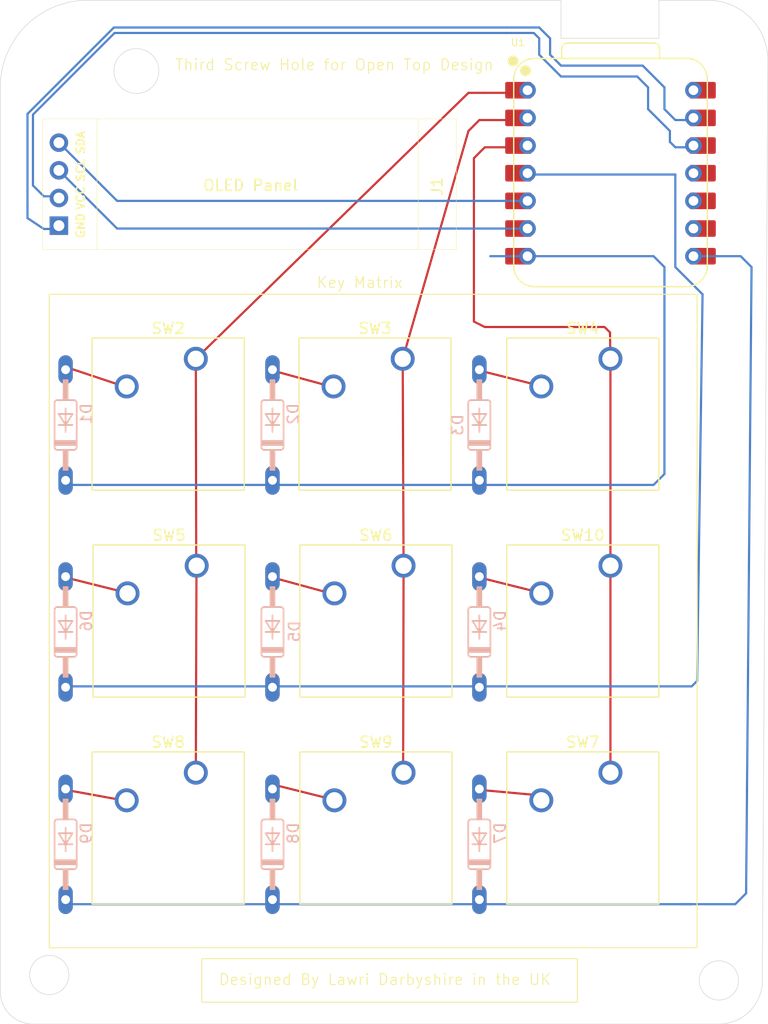
<source format=kicad_pcb>
(kicad_pcb (version 20240108) (generator "pcbnew") (generator_version "8.0")
  (layers (0 "F.Cu" signal) (31 "B.Cu" signal) (34 "B.Paste" user) (35 "F.Paste" user) (36 "B.SilkS" user "B.Silkscreen") (37 "F.SilkS" user "F.Silkscreen") (38 "B.Mask" user) (39 "F.Mask" user) (44 "Edge.Cuts" user))
  (net 0 "")
  (net 1 "SDA")
  (net 2 "GND")
  (net 3 "+3V3")
  (net 4 "SCL")
  (net 5 "COL-1")
  (net 6 "Net-(D1-A)")
  (net 7 "Net-(D2-A)")
  (net 8 "COL-2")
  (net 9 "COL-3")
  (net 10 "Net-(D3-A)")
  (net 11 "Net-(D4-A)")
  (net 12 "Net-(D5-A)")
  (net 13 "Net-(D6-A)")
  (net 14 "Net-(D7-A)")
  (net 15 "Net-(D8-A)")
  (net 16 "Net-(D9-A)")
  (net 17 "ROW-1")
  (net 18 "ROW-2")
  (net 19 "+5V")
  (net 23 "ROW-3")
  (footprint "Button_Switch_Keyboard:SW_Cherry_MX_1.00u_PCB" (layer "F.Cu") (at 108.04 64.92)
    (property "Reference" "SW4" (at -2.54 -2.794 0) (layer "F.SilkS"))
    (property "Value" "SW_Push")
    (fp_line (start -9.525 -1.905) (end 4.445 -1.905) (stroke (width 0.12)) (layer "F.SilkS"))
    (fp_line (start -9.525 12.065) (end -9.525 -1.905) (stroke (width 0.12)) (layer "F.SilkS"))
    (fp_line (start 4.445 -1.905) (end 4.445 12.065) (stroke (width 0.12)) (layer "F.SilkS"))
    (fp_line (start 4.445 12.065) (end -9.525 12.065) (stroke (width 0.12)) (layer "F.SilkS"))
    (pad "" np_thru_hole circle (at -7.62 5.08) (size 1.7 1.7) (drill 1.7) (layers "*.Cu" "*.Mask"))
    (pad "" np_thru_hole circle (at -2.54 5.08) (size 4 4) (drill 4) (layers "*.Cu" "*.Mask"))
    (pad "" np_thru_hole circle (at 2.54 5.08) (size 1.7 1.7) (drill 1.7) (layers "*.Cu" "*.Mask"))
    (pad "1" thru_hole circle (at 0 0) (size 2.2 2.2) (drill 1.5) (layers "*.Cu" "*.Mask") (net 9 "COL-3"))
    (pad "2" thru_hole circle (at -6.35 2.54) (size 2.2 2.2) (drill 1.5) (layers "*.Cu" "*.Mask") (net 10 "Net-(D3-A)"))
  )
  (footprint "Button_Switch_Keyboard:SW_Cherry_MX_1.00u_PCB" (layer "F.Cu") (at 70.04 83.92)
    (property "Reference" "SW5" (at -2.54 -2.794 0) (layer "F.SilkS"))
    (property "Value" "SW_Push")
    (fp_line (start -9.525 -1.905) (end 4.445 -1.905) (stroke (width 0.12)) (layer "F.SilkS"))
    (fp_line (start -9.525 12.065) (end -9.525 -1.905) (stroke (width 0.12)) (layer "F.SilkS"))
    (fp_line (start 4.445 -1.905) (end 4.445 12.065) (stroke (width 0.12)) (layer "F.SilkS"))
    (fp_line (start 4.445 12.065) (end -9.525 12.065) (stroke (width 0.12)) (layer "F.SilkS"))
    (pad "" np_thru_hole circle (at -7.62 5.08) (size 1.7 1.7) (drill 1.7) (layers "*.Cu" "*.Mask"))
    (pad "" np_thru_hole circle (at -2.54 5.08) (size 4 4) (drill 4) (layers "*.Cu" "*.Mask"))
    (pad "" np_thru_hole circle (at 2.54 5.08) (size 1.7 1.7) (drill 1.7) (layers "*.Cu" "*.Mask"))
    (pad "1" thru_hole circle (at 0 0) (size 2.2 2.2) (drill 1.5) (layers "*.Cu" "*.Mask") (net 5 "COL-1"))
    (pad "2" thru_hole circle (at -6.35 2.54) (size 2.2 2.2) (drill 1.5) (layers "*.Cu" "*.Mask") (net 11 "Net-(D4-A)"))
  )
  (footprint "Button_Switch_Keyboard:SW_Cherry_MX_1.00u_PCB" (layer "F.Cu") (at 108.04 102.92)
    (property "Reference" "SW7" (at -2.54 -2.794 0) (layer "F.SilkS"))
    (property "Value" "SW_Push")
    (fp_line (start -9.525 -1.905) (end 4.445 -1.905) (stroke (width 0.12)) (layer "F.SilkS"))
    (fp_line (start -9.525 12.065) (end -9.525 -1.905) (stroke (width 0.12)) (layer "F.SilkS"))
    (fp_line (start 4.445 -1.905) (end 4.445 12.065) (stroke (width 0.12)) (layer "F.SilkS"))
    (fp_line (start 4.445 12.065) (end -9.525 12.065) (stroke (width 0.12)) (layer "F.SilkS"))
    (pad "" np_thru_hole circle (at -7.62 5.08) (size 1.7 1.7) (drill 1.7) (layers "*.Cu" "*.Mask"))
    (pad "" np_thru_hole circle (at -2.54 5.08) (size 4 4) (drill 4) (layers "*.Cu" "*.Mask"))
    (pad "" np_thru_hole circle (at 2.54 5.08) (size 1.7 1.7) (drill 1.7) (layers "*.Cu" "*.Mask"))
    (pad "1" thru_hole circle (at 0 0) (size 2.2 2.2) (drill 1.5) (layers "*.Cu" "*.Mask") (net 9 "COL-3"))
    (pad "2" thru_hole circle (at -6.35 2.54) (size 2.2 2.2) (drill 1.5) (layers "*.Cu" "*.Mask") (net 13 "Net-(D6-A)"))
  )
  (footprint "Button_Switch_Keyboard:SW_Cherry_MX_1.00u_PCB" (layer "F.Cu") (at 69.96 64.92)
    (property "Reference" "SW2" (at -2.54 -2.794 0) (layer "F.SilkS"))
    (property "Value" "SW_Push")
    (fp_line (start -9.525 -1.905) (end 4.445 -1.905) (stroke (width 0.12)) (layer "F.SilkS"))
    (fp_line (start -9.525 12.065) (end -9.525 -1.905) (stroke (width 0.12)) (layer "F.SilkS"))
    (fp_line (start 4.445 -1.905) (end 4.445 12.065) (stroke (width 0.12)) (layer "F.SilkS"))
    (fp_line (start 4.445 12.065) (end -9.525 12.065) (stroke (width 0.12)) (layer "F.SilkS"))
    (pad "" np_thru_hole circle (at -7.62 5.08) (size 1.7 1.7) (drill 1.7) (layers "*.Cu" "*.Mask"))
    (pad "" np_thru_hole circle (at -2.54 5.08) (size 4 4) (drill 4) (layers "*.Cu" "*.Mask"))
    (pad "" np_thru_hole circle (at 2.54 5.08) (size 1.7 1.7) (drill 1.7) (layers "*.Cu" "*.Mask"))
    (pad "1" thru_hole circle (at 0 0) (size 2.2 2.2) (drill 1.5) (layers "*.Cu" "*.Mask") (net 5 "COL-1"))
    (pad "2" thru_hole circle (at -6.35 2.54) (size 2.2 2.2) (drill 1.5) (layers "*.Cu" "*.Mask") (net 6 "Net-(D1-A)"))
  )
  (footprint "Button_Switch_Keyboard:SW_Cherry_MX_1.00u_PCB" (layer "F.Cu") (at 108.04 83.92)
    (property "Reference" "SW10" (at -2.54 -2.794 0) (layer "F.SilkS"))
    (property "Value" "SW_Push")
    (fp_line (start -9.525 -1.905) (end 4.445 -1.905) (stroke (width 0.12)) (layer "F.SilkS"))
    (fp_line (start -9.525 12.065) (end -9.525 -1.905) (stroke (width 0.12)) (layer "F.SilkS"))
    (fp_line (start 4.445 -1.905) (end 4.445 12.065) (stroke (width 0.12)) (layer "F.SilkS"))
    (fp_line (start 4.445 12.065) (end -9.525 12.065) (stroke (width 0.12)) (layer "F.SilkS"))
    (pad "" np_thru_hole circle (at -7.62 5.08) (size 1.7 1.7) (drill 1.7) (layers "*.Cu" "*.Mask"))
    (pad "" np_thru_hole circle (at -2.54 5.08) (size 4 4) (drill 4) (layers "*.Cu" "*.Mask"))
    (pad "" np_thru_hole circle (at 2.54 5.08) (size 1.7 1.7) (drill 1.7) (layers "*.Cu" "*.Mask"))
    (pad "1" thru_hole circle (at 0 0) (size 2.2 2.2) (drill 1.5) (layers "*.Cu" "*.Mask") (net 9 "COL-3"))
    (pad "2" thru_hole circle (at -6.35 2.54) (size 2.2 2.2) (drill 1.5) (layers "*.Cu" "*.Mask") (net 16 "Net-(D9-A)"))
  )
  (footprint "Button_Switch_Keyboard:SW_Cherry_MX_1.00u_PCB" (layer "F.Cu") (at 88.96 64.92)
    (property "Reference" "SW3" (at -2.54 -2.794 0) (layer "F.SilkS"))
    (property "Value" "SW_Push")
    (fp_line (start -9.525 -1.905) (end 4.445 -1.905) (stroke (width 0.12)) (layer "F.SilkS"))
    (fp_line (start -9.525 12.065) (end -9.525 -1.905) (stroke (width 0.12)) (layer "F.SilkS"))
    (fp_line (start 4.445 -1.905) (end 4.445 12.065) (stroke (width 0.12)) (layer "F.SilkS"))
    (fp_line (start 4.445 12.065) (end -9.525 12.065) (stroke (width 0.12)) (layer "F.SilkS"))
    (pad "" np_thru_hole circle (at -7.62 5.08) (size 1.7 1.7) (drill 1.7) (layers "*.Cu" "*.Mask"))
    (pad "" np_thru_hole circle (at -2.54 5.08) (size 4 4) (drill 4) (layers "*.Cu" "*.Mask"))
    (pad "" np_thru_hole circle (at 2.54 5.08) (size 1.7 1.7) (drill 1.7) (layers "*.Cu" "*.Mask"))
    (pad "1" thru_hole circle (at 0 0) (size 2.2 2.2) (drill 1.5) (layers "*.Cu" "*.Mask") (net 8 "COL-2"))
    (pad "2" thru_hole circle (at -6.35 2.54) (size 2.2 2.2) (drill 1.5) (layers "*.Cu" "*.Mask") (net 7 "Net-(D2-A)"))
  )
  (footprint "KiCad-SSD1306-0.91-OLED-4pin-128x32:SSD1306-0.91-OLED-4pin-128x32" (layer "F.Cu") (at 93.885 54.885 180)
    (property "Reference" "J1" (at 1.785 5.795 90) (layer "F.SilkS"))
    (property "Value" "Conn_01x04_Pin")
    (fp_line (start 38 12) (end 38 0) (stroke (width 0.04)) (layer "F.SilkS"))
    (fp_line (start 38 0) (end 0 0) (stroke (width 0.04)) (layer "F.SilkS"))
    (fp_line (start 33 0) (end 33 12) (stroke (width 0.04)) (layer "F.SilkS"))
    (fp_line (start 3.5 0) (end 3.5 12) (stroke (width 0.04)) (layer "F.SilkS"))
    (fp_line (start 0 12) (end 38 12) (stroke (width 0.04)) (layer "F.SilkS"))
    (fp_line (start 0 0) (end 0 12) (stroke (width 0.04)) (layer "F.SilkS"))
    (fp_text user "VCC" (at 34.5 4.73 90) (layer "F.SilkS") (effects (font (size 0.75 0.75))))
    (fp_text user "SCL" (at 34.5 7.27 90) (layer "F.SilkS") (effects (font (size 0.75 0.75))))
    (fp_text user "SDA" (at 34.5 9.81 90) (layer "F.SilkS") (effects (font (size 0.75 0.75))))
    (fp_text user "GND" (at 34.5 2.19 90) (layer "F.SilkS") (effects (font (size 0.75 0.75))))
    (fp_text user "OLED Panel" (at 18.885 5.885 0) (layer "F.SilkS"))
    (pad "1" thru_hole rect (at 36.5 2.19 180) (size 1.7 1.7) (drill 1) (layers "*.Cu" "*.Mask") (net 2 "GND"))
    (pad "2" thru_hole oval (at 36.5 4.73 180) (size 1.7 1.7) (drill 1) (layers "*.Cu" "*.Mask") (net 3 "+3V3"))
    (pad "3" thru_hole oval (at 36.5 7.27 180) (size 1.7 1.7) (drill 1) (layers "*.Cu" "*.Mask") (net 4 "SCL"))
    (pad "4" thru_hole oval (at 36.5 9.81 180) (size 1.7 1.7) (drill 1) (layers "*.Cu" "*.Mask") (net 1 "SDA"))
  )
  (footprint "Button_Switch_Keyboard:SW_Cherry_MX_1.00u_PCB" (layer "F.Cu") (at 69.96 102.92)
    (property "Reference" "SW8" (at -2.54 -2.794 0) (layer "F.SilkS"))
    (property "Value" "SW_Push")
    (fp_line (start -9.525 -1.905) (end 4.445 -1.905) (stroke (width 0.12)) (layer "F.SilkS"))
    (fp_line (start -9.525 12.065) (end -9.525 -1.905) (stroke (width 0.12)) (layer "F.SilkS"))
    (fp_line (start 4.445 -1.905) (end 4.445 12.065) (stroke (width 0.12)) (layer "F.SilkS"))
    (fp_line (start 4.445 12.065) (end -9.525 12.065) (stroke (width 0.12)) (layer "F.SilkS"))
    (pad "" np_thru_hole circle (at -7.62 5.08) (size 1.7 1.7) (drill 1.7) (layers "*.Cu" "*.Mask"))
    (pad "" np_thru_hole circle (at -2.54 5.08) (size 4 4) (drill 4) (layers "*.Cu" "*.Mask"))
    (pad "" np_thru_hole circle (at 2.54 5.08) (size 1.7 1.7) (drill 1.7) (layers "*.Cu" "*.Mask"))
    (pad "1" thru_hole circle (at 0 0) (size 2.2 2.2) (drill 1.5) (layers "*.Cu" "*.Mask") (net 5 "COL-1"))
    (pad "2" thru_hole circle (at -6.35 2.54) (size 2.2 2.2) (drill 1.5) (layers "*.Cu" "*.Mask") (net 14 "Net-(D7-A)"))
  )
  (footprint "Button_Switch_Keyboard:SW_Cherry_MX_1.00u_PCB" (layer "F.Cu") (at 89.04 102.92)
    (property "Reference" "SW9" (at -2.54 -2.794 0) (layer "F.SilkS"))
    (property "Value" "SW_Push")
    (fp_line (start -9.525 -1.905) (end 4.445 -1.905) (stroke (width 0.12)) (layer "F.SilkS"))
    (fp_line (start -9.525 12.065) (end -9.525 -1.905) (stroke (width 0.12)) (layer "F.SilkS"))
    (fp_line (start 4.445 -1.905) (end 4.445 12.065) (stroke (width 0.12)) (layer "F.SilkS"))
    (fp_line (start 4.445 12.065) (end -9.525 12.065) (stroke (width 0.12)) (layer "F.SilkS"))
    (pad "" np_thru_hole circle (at -7.62 5.08) (size 1.7 1.7) (drill 1.7) (layers "*.Cu" "*.Mask"))
    (pad "" np_thru_hole circle (at -2.54 5.08) (size 4 4) (drill 4) (layers "*.Cu" "*.Mask"))
    (pad "" np_thru_hole circle (at 2.54 5.08) (size 1.7 1.7) (drill 1.7) (layers "*.Cu" "*.Mask"))
    (pad "1" thru_hole circle (at 0 0) (size 2.2 2.2) (drill 1.5) (layers "*.Cu" "*.Mask") (net 8 "COL-2"))
    (pad "2" thru_hole circle (at -6.35 2.54) (size 2.2 2.2) (drill 1.5) (layers "*.Cu" "*.Mask") (net 15 "Net-(D8-A)"))
  )
  (footprint "Seeed Studio XIAO Series Library:XIAO-RP2040-DIP" (layer "F.Cu") (at 108.045 47.88)
    (property "Reference" "U1" (at -8.5 -12 0) (layer "F.SilkS") (effects (font (size 0.635 0.635) (thickness 0.1016))))
    (property "Value" "XIAO-RP2040-DIP")
    (fp_line (start -8.89 8.509) (end -8.89 -8.636) (stroke (width 0.127)) (layer "F.SilkS"))
    (fp_line (start -6.985 10.414) (end 6.985 10.414) (stroke (width 0.127)) (layer "F.SilkS"))
    (fp_line (start -4.495 -10.541) (end -4.491272 -11.451272) (stroke (width 0.127)) (layer "F.SilkS"))
    (fp_line (start -3.991272 -11.951) (end 4.004 -11.951) (stroke (width 0.127)) (layer "F.SilkS"))
    (fp_line (start 4.504 -11.451) (end 4.504 -10.541) (stroke (width 0.127)) (layer "F.SilkS"))
    (fp_line (start 6.985 -10.541) (end -6.985 -10.541) (stroke (width 0.1)) (layer "F.SilkS"))
    (fp_line (start 6.985 -10.541) (end -6.985 -10.541) (stroke (width 0.127)) (layer "F.SilkS"))
    (fp_line (start 8.89 8.509) (end 8.89 -8.636) (stroke (width 0.127)) (layer "F.SilkS"))
    (fp_arc (start -8.89 -8.636) (mid -8.332038 -9.983038) (end -6.985 -10.541) (stroke (width 0.127)) (layer "F.SilkS"))
    (fp_arc (start -6.985 10.414) (mid -8.332038 9.856038) (end -8.89 8.509) (stroke (width 0.127)) (layer "F.SilkS"))
    (fp_arc (start -4.491272 -11.451272) (mid -4.344724 -11.804644) (end -3.991272 -11.951) (stroke (width 0.127)) (layer "F.SilkS"))
    (fp_arc (start 4.004 -11.951) (mid 4.357553 -11.804553) (end 4.504 -11.451) (stroke (width 0.127)) (layer "F.SilkS"))
    (fp_arc (start 6.985 -10.541) (mid 8.332038 -9.983038) (end 8.89 -8.636) (stroke (width 0.127)) (layer "F.SilkS"))
    (fp_arc (start 8.89 8.509) (mid 8.332038 9.856038) (end 6.985 10.414) (stroke (width 0.127)) (layer "F.SilkS"))
    (fp_circle (center -8.95 -10.3) (end -8.95 -10.554) (stroke (width 0.5)) (fill solid) (layer "F.SilkS"))
    (fp_circle (center -7.807 -9.42) (end -7.807 -9.674) (stroke (width 0.5)) (fill solid) (layer "F.SilkS"))
    (pad "1" smd roundrect (at -8.455 -7.62 180) (size 2.432 1.524) (layers "F.Cu" "F.Mask") (roundrect_rratio 0.1) (net 5 "COL-1"))
    (pad "1" thru_hole circle (at -7.62 -7.62 180) (size 1.524 1.524) (drill 0.889) (layers "*.Cu" "*.Mask") (net 5 "COL-1"))
    (pad "2" smd roundrect (at -8.455 -5.08 180) (size 2.432 1.524) (layers "F.Cu" "F.Mask") (roundrect_rratio 0.1) (net 8 "COL-2"))
    (pad "2" thru_hole circle (at -7.62 -5.08 180) (size 1.524 1.524) (drill 0.889) (layers "*.Cu" "*.Mask") (net 8 "COL-2"))
    (pad "3" smd roundrect (at -8.455 -2.54 180) (size 2.432 1.524) (layers "F.Cu" "F.Mask") (roundrect_rratio 0.1) (net 9 "COL-3"))
    (pad "3" thru_hole circle (at -7.62 -2.54 180) (size 1.524 1.524) (drill 0.889) (layers "*.Cu" "*.Mask") (net 9 "COL-3"))
    (pad "4" smd roundrect (at -8.455 0 180) (size 2.432 1.524) (layers "F.Cu" "F.Mask") (roundrect_rratio 0.1) (net 18 "ROW-2"))
    (pad "4" thru_hole circle (at -7.62 0 180) (size 1.524 1.524) (drill 0.889) (layers "*.Cu" "*.Mask") (net 18 "ROW-2"))
    (pad "5" smd roundrect (at -8.455 2.54 180) (size 2.432 1.524) (layers "F.Cu" "F.Mask") (roundrect_rratio 0.1) (net 1 "SDA"))
    (pad "5" thru_hole circle (at -7.62 2.54 180) (size 1.524 1.524) (drill 0.889) (layers "*.Cu" "*.Mask") (net 1 "SDA"))
    (pad "6" smd roundrect (at -8.455 5.08 180) (size 2.432 1.524) (layers "F.Cu" "F.Mask") (roundrect_rratio 0.1) (net 4 "SCL"))
    (pad "6" thru_hole circle (at -7.62 5.08 180) (size 1.524 1.524) (drill 0.889) (layers "*.Cu" "*.Mask") (net 4 "SCL"))
    (pad "7" smd roundrect (at -8.455 7.62 180) (size 2.432 1.524) (layers "F.Cu" "F.Mask") (roundrect_rratio 0.1) (net 17 "ROW-1"))
    (pad "7" thru_hole circle (at -7.62 7.62 180) (size 1.524 1.524) (drill 0.889) (layers "*.Cu" "*.Mask") (net 17 "ROW-1"))
    (pad "8" thru_hole circle (at 7.62 7.62) (size 1.524 1.524) (drill 0.889) (layers "*.Cu" "*.Mask") (net 23 "ROW-3"))
    (pad "8" smd roundrect (at 8.455 7.62) (size 2.432 1.524) (layers "F.Cu" "F.Mask") (roundrect_rratio 0.1) (net 23 "ROW-3"))
    (pad "9" thru_hole circle (at 7.62 5.08) (size 1.524 1.524) (drill 0.889) (layers "*.Cu" "*.Mask"))
    (pad "9" smd roundrect (at 8.455 5.08) (size 2.432 1.524) (layers "F.Cu" "F.Mask") (roundrect_rratio 0.1))
    (pad "10" thru_hole circle (at 7.62 2.54) (size 1.524 1.524) (drill 0.889) (layers "*.Cu" "*.Mask"))
    (pad "10" smd roundrect (at 8.455 2.54) (size 2.432 1.524) (layers "F.Cu" "F.Mask") (roundrect_rratio 0.1))
    (pad "11" thru_hole circle (at 7.62 0) (size 1.524 1.524) (drill 0.889) (layers "*.Cu" "*.Mask"))
    (pad "11" smd roundrect (at 8.455 0) (size 2.432 1.524) (layers "F.Cu" "F.Mask") (roundrect_rratio 0.1))
    (pad "12" thru_hole circle (at 7.62 -2.54) (size 1.524 1.524) (drill 0.889) (layers "*.Cu" "*.Mask") (net 3 "+3V3"))
    (pad "12" smd roundrect (at 8.455 -2.54) (size 2.432 1.524) (layers "F.Cu" "F.Mask") (roundrect_rratio 0.1) (net 3 "+3V3"))
    (pad "13" thru_hole circle (at 7.62 -5.08) (size 1.524 1.524) (drill 0.889) (layers "*.Cu" "*.Mask") (net 2 "GND"))
    (pad "13" smd roundrect (at 8.455 -5.08) (size 2.432 1.524) (layers "F.Cu" "F.Mask") (roundrect_rratio 0.1) (net 2 "GND"))
    (pad "14" thru_hole circle (at 7.62 -7.62) (size 1.524 1.524) (drill 0.889) (layers "*.Cu" "*.Mask") (net 19 "+5V"))
    (pad "14" smd roundrect (at 8.455 -7.62) (size 2.432 1.524) (layers "F.Cu" "F.Mask") (roundrect_rratio 0.1) (net 19 "+5V"))
  )
  (footprint "Button_Switch_Keyboard:SW_Cherry_MX_1.00u_PCB" (layer "F.Cu") (at 89.04 83.92)
    (property "Reference" "SW6" (at -2.54 -2.794 0) (layer "F.SilkS"))
    (property "Value" "SW_Push")
    (fp_line (start -9.525 -1.905) (end 4.445 -1.905) (stroke (width 0.12)) (layer "F.SilkS"))
    (fp_line (start -9.525 12.065) (end -9.525 -1.905) (stroke (width 0.12)) (layer "F.SilkS"))
    (fp_line (start 4.445 -1.905) (end 4.445 12.065) (stroke (width 0.12)) (layer "F.SilkS"))
    (fp_line (start 4.445 12.065) (end -9.525 12.065) (stroke (width 0.12)) (layer "F.SilkS"))
    (pad "" np_thru_hole circle (at -7.62 5.08) (size 1.7 1.7) (drill 1.7) (layers "*.Cu" "*.Mask"))
    (pad "" np_thru_hole circle (at -2.54 5.08) (size 4 4) (drill 4) (layers "*.Cu" "*.Mask"))
    (pad "" np_thru_hole circle (at 2.54 5.08) (size 1.7 1.7) (drill 1.7) (layers "*.Cu" "*.Mask"))
    (pad "1" thru_hole circle (at 0 0) (size 2.2 2.2) (drill 1.5) (layers "*.Cu" "*.Mask") (net 8 "COL-2"))
    (pad "2" thru_hole circle (at -6.35 2.54) (size 2.2 2.2) (drill 1.5) (layers "*.Cu" "*.Mask") (net 12 "Net-(D5-A)"))
  )
  (footprint "1N4148:DO35-10" (layer "B.Cu") (at 77 109.5 90)
    (property "Reference" "D8" (at 1.016 1.905 90) (layer "B.SilkS") (effects (justify mirror)))
    (property "Value" "D")
    (fp_line (start 2.032 -1.016) (end -2.032 -1.016) (stroke (width 0.1524)) (layer "B.SilkS"))
    (fp_line (start -2.286 -0.762) (end -2.286 0.762) (stroke (width 0.1524)) (layer "B.SilkS"))
    (fp_line (start 1.016 -0.635) (end 1.016 0.635) (stroke (width 0.1524)) (layer "B.SilkS"))
    (fp_line (start 0 -0.635) (end 0 0) (stroke (width 0.1524)) (layer "B.SilkS"))
    (fp_line (start 1.524 0) (end 0 0) (stroke (width 0.1524)) (layer "B.SilkS"))
    (fp_line (start 0 0) (end 1.016 -0.635) (stroke (width 0.1524)) (layer "B.SilkS"))
    (fp_line (start 0 0) (end -0.635 0) (stroke (width 0.1524)) (layer "B.SilkS"))
    (fp_line (start 0 0) (end 0 0.635) (stroke (width 0.1524)) (layer "B.SilkS"))
    (fp_line (start 1.016 0.635) (end 0 0) (stroke (width 0.1524)) (layer "B.SilkS"))
    (fp_line (start 2.286 0.762) (end 2.286 -0.762) (stroke (width 0.1524)) (layer "B.SilkS"))
    (fp_line (start 2.032 1.016) (end -2.032 1.016) (stroke (width 0.1524)) (layer "B.SilkS"))
    (fp_arc (start 2.032 -1.016) (mid 2.211605 -0.941605) (end 2.286 -0.762) (stroke (width 0.1524)) (layer "B.SilkS"))
    (fp_arc (start -2.286 -0.762) (mid -2.211605 -0.941605) (end -2.032 -1.016) (stroke (width 0.1524)) (layer "B.SilkS"))
    (fp_arc (start 2.286 0.762) (mid 2.211605 0.941605) (end 2.032 1.016) (stroke (width 0.1524)) (layer "B.SilkS"))
    (fp_arc (start -2.032 1.016) (mid -2.211605 0.941605) (end -2.286 0.762) (stroke (width 0.1524)) (layer "B.SilkS"))
    (fp_poly (pts (xy 2.286 0.254) (xy 4.191 0.254) (xy 4.191 -0.254) (xy 2.286 -0.254)) (stroke (width 0.01)) (fill solid) (layer "B.SilkS"))
    (fp_poly (pts (xy -4.191 0.254) (xy -2.286 0.254) (xy -2.286 -0.254) (xy -4.191 -0.254)) (stroke (width 0.01)) (fill solid) (layer "B.SilkS"))
    (fp_poly (pts (xy -1.905 1.016) (xy -1.397 1.016) (xy -1.397 -1.016) (xy -1.905 -1.016)) (stroke (width 0.01)) (fill solid) (layer "B.SilkS"))
    (pad "A" thru_hole oval (at 5.08 0 90) (size 2.6416 1.3208) (drill 0.8128) (layers "*.Cu" "*.Mask"))
    (pad "C" thru_hole oval (at -5.08 0 90) (size 2.6416 1.3208) (drill 0.8128) (layers "*.Cu" "*.Mask"))
  )
  (footprint "1N4148:DO35-10" (layer "B.Cu") (at 96 109.5 90)
    (property "Reference" "D7" (at 1.016 1.905 90) (layer "B.SilkS") (effects (justify mirror)))
    (property "Value" "D")
    (fp_line (start 2.032 -1.016) (end -2.032 -1.016) (stroke (width 0.1524)) (layer "B.SilkS"))
    (fp_line (start -2.286 -0.762) (end -2.286 0.762) (stroke (width 0.1524)) (layer "B.SilkS"))
    (fp_line (start 1.016 -0.635) (end 1.016 0.635) (stroke (width 0.1524)) (layer "B.SilkS"))
    (fp_line (start 0 -0.635) (end 0 0) (stroke (width 0.1524)) (layer "B.SilkS"))
    (fp_line (start 1.524 0) (end 0 0) (stroke (width 0.1524)) (layer "B.SilkS"))
    (fp_line (start 0 0) (end 1.016 -0.635) (stroke (width 0.1524)) (layer "B.SilkS"))
    (fp_line (start 0 0) (end -0.635 0) (stroke (width 0.1524)) (layer "B.SilkS"))
    (fp_line (start 0 0) (end 0 0.635) (stroke (width 0.1524)) (layer "B.SilkS"))
    (fp_line (start 1.016 0.635) (end 0 0) (stroke (width 0.1524)) (layer "B.SilkS"))
    (fp_line (start 2.286 0.762) (end 2.286 -0.762) (stroke (width 0.1524)) (layer "B.SilkS"))
    (fp_line (start 2.032 1.016) (end -2.032 1.016) (stroke (width 0.1524)) (layer "B.SilkS"))
    (fp_arc (start 2.032 -1.016) (mid 2.211605 -0.941605) (end 2.286 -0.762) (stroke (width 0.1524)) (layer "B.SilkS"))
    (fp_arc (start -2.286 -0.762) (mid -2.211605 -0.941605) (end -2.032 -1.016) (stroke (width 0.1524)) (layer "B.SilkS"))
    (fp_arc (start 2.286 0.762) (mid 2.211605 0.941605) (end 2.032 1.016) (stroke (width 0.1524)) (layer "B.SilkS"))
    (fp_arc (start -2.032 1.016) (mid -2.211605 0.941605) (end -2.286 0.762) (stroke (width 0.1524)) (layer "B.SilkS"))
    (fp_poly (pts (xy 2.286 0.254) (xy 4.191 0.254) (xy 4.191 -0.254) (xy 2.286 -0.254)) (stroke (width 0.01)) (fill solid) (layer "B.SilkS"))
    (fp_poly (pts (xy -4.191 0.254) (xy -2.286 0.254) (xy -2.286 -0.254) (xy -4.191 -0.254)) (stroke (width 0.01)) (fill solid) (layer "B.SilkS"))
    (fp_poly (pts (xy -1.905 1.016) (xy -1.397 1.016) (xy -1.397 -1.016) (xy -1.905 -1.016)) (stroke (width 0.01)) (fill solid) (layer "B.SilkS"))
    (pad "A" thru_hole oval (at 5.08 0 90) (size 2.6416 1.3208) (drill 0.8128) (layers "*.Cu" "*.Mask"))
    (pad "C" thru_hole oval (at -5.08 0 90) (size 2.6416 1.3208) (drill 0.8128) (layers "*.Cu" "*.Mask"))
  )
  (footprint "1N4148:DO35-10" (layer "B.Cu") (at 58 109.5 90)
    (property "Reference" "D9" (at 1.016 1.905 90) (layer "B.SilkS") (effects (justify mirror)))
    (property "Value" "D" (hide yes))
    (fp_line (start 2.032 -1.016) (end -2.032 -1.016) (stroke (width 0.1524)) (layer "B.SilkS"))
    (fp_line (start -2.286 -0.762) (end -2.286 0.762) (stroke (width 0.1524)) (layer "B.SilkS"))
    (fp_line (start 1.016 -0.635) (end 1.016 0.635) (stroke (width 0.1524)) (layer "B.SilkS"))
    (fp_line (start 0 -0.635) (end 0 0) (stroke (width 0.1524)) (layer "B.SilkS"))
    (fp_line (start 1.524 0) (end 0 0) (stroke (width 0.1524)) (layer "B.SilkS"))
    (fp_line (start 0 0) (end 1.016 -0.635) (stroke (width 0.1524)) (layer "B.SilkS"))
    (fp_line (start 0 0) (end -0.635 0) (stroke (width 0.1524)) (layer "B.SilkS"))
    (fp_line (start 0 0) (end 0 0.635) (stroke (width 0.1524)) (layer "B.SilkS"))
    (fp_line (start 1.016 0.635) (end 0 0) (stroke (width 0.1524)) (layer "B.SilkS"))
    (fp_line (start 2.286 0.762) (end 2.286 -0.762) (stroke (width 0.1524)) (layer "B.SilkS"))
    (fp_line (start 2.032 1.016) (end -2.032 1.016) (stroke (width 0.1524)) (layer "B.SilkS"))
    (fp_arc (start 2.032 -1.016) (mid 2.211605 -0.941605) (end 2.286 -0.762) (stroke (width 0.1524)) (layer "B.SilkS"))
    (fp_arc (start -2.286 -0.762) (mid -2.211605 -0.941605) (end -2.032 -1.016) (stroke (width 0.1524)) (layer "B.SilkS"))
    (fp_arc (start 2.286 0.762) (mid 2.211605 0.941605) (end 2.032 1.016) (stroke (width 0.1524)) (layer "B.SilkS"))
    (fp_arc (start -2.032 1.016) (mid -2.211605 0.941605) (end -2.286 0.762) (stroke (width 0.1524)) (layer "B.SilkS"))
    (fp_poly (pts (xy 2.286 0.254) (xy 4.191 0.254) (xy 4.191 -0.254) (xy 2.286 -0.254)) (stroke (width 0.01)) (fill solid) (layer "B.SilkS"))
    (fp_poly (pts (xy -4.191 0.254) (xy -2.286 0.254) (xy -2.286 -0.254) (xy -4.191 -0.254)) (stroke (width 0.01)) (fill solid) (layer "B.SilkS"))
    (fp_poly (pts (xy -1.905 1.016) (xy -1.397 1.016) (xy -1.397 -1.016) (xy -1.905 -1.016)) (stroke (width 0.01)) (fill solid) (layer "B.SilkS"))
    (pad "A" thru_hole oval (at 5.08 0 90) (size 2.6416 1.3208) (drill 0.8128) (layers "*.Cu" "*.Mask"))
    (pad "C" thru_hole oval (at -5.08 0 90) (size 2.6416 1.3208) (drill 0.8128) (layers "*.Cu" "*.Mask"))
  )
  (footprint "1N4148:DO35-10" (layer "B.Cu") (at 96 71 90)
    (property "Reference" "D3" (at 0 -2 90) (layer "B.SilkS") (effects (justify mirror)))
    (property "Value" "D")
    (fp_line (start 2.032 -1.016) (end -2.032 -1.016) (stroke (width 0.1524)) (layer "B.SilkS"))
    (fp_line (start -2.286 -0.762) (end -2.286 0.762) (stroke (width 0.1524)) (layer "B.SilkS"))
    (fp_line (start 1.016 -0.635) (end 1.016 0.635) (stroke (width 0.1524)) (layer "B.SilkS"))
    (fp_line (start 0 -0.635) (end 0 0) (stroke (width 0.1524)) (layer "B.SilkS"))
    (fp_line (start 1.524 0) (end 0 0) (stroke (width 0.1524)) (layer "B.SilkS"))
    (fp_line (start 0 0) (end 1.016 -0.635) (stroke (width 0.1524)) (layer "B.SilkS"))
    (fp_line (start 0 0) (end -0.635 0) (stroke (width 0.1524)) (layer "B.SilkS"))
    (fp_line (start 0 0) (end 0 0.635) (stroke (width 0.1524)) (layer "B.SilkS"))
    (fp_line (start 1.016 0.635) (end 0 0) (stroke (width 0.1524)) (layer "B.SilkS"))
    (fp_line (start 2.286 0.762) (end 2.286 -0.762) (stroke (width 0.1524)) (layer "B.SilkS"))
    (fp_line (start 2.032 1.016) (end -2.032 1.016) (stroke (width 0.1524)) (layer "B.SilkS"))
    (fp_arc (start 2.032 -1.016) (mid 2.211605 -0.941605) (end 2.286 -0.762) (stroke (width 0.1524)) (layer "B.SilkS"))
    (fp_arc (start -2.286 -0.762) (mid -2.211605 -0.941605) (end -2.032 -1.016) (stroke (width 0.1524)) (layer "B.SilkS"))
    (fp_arc (start 2.286 0.762) (mid 2.211605 0.941605) (end 2.032 1.016) (stroke (width 0.1524)) (layer "B.SilkS"))
    (fp_arc (start -2.032 1.016) (mid -2.211605 0.941605) (end -2.286 0.762) (stroke (width 0.1524)) (layer "B.SilkS"))
    (fp_poly (pts (xy 2.286 0.254) (xy 4.191 0.254) (xy 4.191 -0.254) (xy 2.286 -0.254)) (stroke (width 0.01)) (fill solid) (layer "B.SilkS"))
    (fp_poly (pts (xy -4.191 0.254) (xy -2.286 0.254) (xy -2.286 -0.254) (xy -4.191 -0.254)) (stroke (width 0.01)) (fill solid) (layer "B.SilkS"))
    (fp_poly (pts (xy -1.905 1.016) (xy -1.397 1.016) (xy -1.397 -1.016) (xy -1.905 -1.016)) (stroke (width 0.01)) (fill solid) (layer "B.SilkS"))
    (pad "A" thru_hole oval (at 5.08 0 90) (size 2.6416 1.3208) (drill 0.8128) (layers "*.Cu" "*.Mask"))
    (pad "C" thru_hole oval (at -5.08 0 90) (size 2.6416 1.3208) (drill 0.8128) (layers "*.Cu" "*.Mask"))
  )
  (footprint "1N4148:DO35-10" (layer "B.Cu") (at 58 90 90)
    (property "Reference" "D6" (at 1.016 1.905 90) (layer "B.SilkS") (effects (justify mirror)))
    (property "Value" "D" (hide yes))
    (fp_line (start 2.032 -1.016) (end -2.032 -1.016) (stroke (width 0.1524)) (layer "B.SilkS"))
    (fp_line (start -2.286 -0.762) (end -2.286 0.762) (stroke (width 0.1524)) (layer "B.SilkS"))
    (fp_line (start 1.016 -0.635) (end 1.016 0.635) (stroke (width 0.1524)) (layer "B.SilkS"))
    (fp_line (start 0 -0.635) (end 0 0) (stroke (width 0.1524)) (layer "B.SilkS"))
    (fp_line (start 1.524 0) (end 0 0) (stroke (width 0.1524)) (layer "B.SilkS"))
    (fp_line (start 0 0) (end 1.016 -0.635) (stroke (width 0.1524)) (layer "B.SilkS"))
    (fp_line (start 0 0) (end -0.635 0) (stroke (width 0.1524)) (layer "B.SilkS"))
    (fp_line (start 0 0) (end 0 0.635) (stroke (width 0.1524)) (layer "B.SilkS"))
    (fp_line (start 1.016 0.635) (end 0 0) (stroke (width 0.1524)) (layer "B.SilkS"))
    (fp_line (start 2.286 0.762) (end 2.286 -0.762) (stroke (width 0.1524)) (layer "B.SilkS"))
    (fp_line (start 2.032 1.016) (end -2.032 1.016) (stroke (width 0.1524)) (layer "B.SilkS"))
    (fp_arc (start 2.032 -1.016) (mid 2.211605 -0.941605) (end 2.286 -0.762) (stroke (width 0.1524)) (layer "B.SilkS"))
    (fp_arc (start -2.286 -0.762) (mid -2.211605 -0.941605) (end -2.032 -1.016) (stroke (width 0.1524)) (layer "B.SilkS"))
    (fp_arc (start 2.286 0.762) (mid 2.211605 0.941605) (end 2.032 1.016) (stroke (width 0.1524)) (layer "B.SilkS"))
    (fp_arc (start -2.032 1.016) (mid -2.211605 0.941605) (end -2.286 0.762) (stroke (width 0.1524)) (layer "B.SilkS"))
    (fp_poly (pts (xy 2.286 0.254) (xy 4.191 0.254) (xy 4.191 -0.254) (xy 2.286 -0.254)) (stroke (width 0.01)) (fill solid) (layer "B.SilkS"))
    (fp_poly (pts (xy -4.191 0.254) (xy -2.286 0.254) (xy -2.286 -0.254) (xy -4.191 -0.254)) (stroke (width 0.01)) (fill solid) (layer "B.SilkS"))
    (fp_poly (pts (xy -1.905 1.016) (xy -1.397 1.016) (xy -1.397 -1.016) (xy -1.905 -1.016)) (stroke (width 0.01)) (fill solid) (layer "B.SilkS"))
    (pad "A" thru_hole oval (at 5.08 0 90) (size 2.6416 1.3208) (drill 0.8128) (layers "*.Cu" "*.Mask"))
    (pad "C" thru_hole oval (at -5.08 0 90) (size 2.6416 1.3208) (drill 0.8128) (layers "*.Cu" "*.Mask"))
  )
  (footprint "1N4148:DO35-10" (layer "B.Cu") (at 77 71 90)
    (property "Reference" "D2" (at 1.016 1.905 90) (layer "B.SilkS") (effects (justify mirror)))
    (property "Value" "D")
    (fp_line (start 2.032 -1.016) (end -2.032 -1.016) (stroke (width 0.1524)) (layer "B.SilkS"))
    (fp_line (start -2.286 -0.762) (end -2.286 0.762) (stroke (width 0.1524)) (layer "B.SilkS"))
    (fp_line (start 1.016 -0.635) (end 1.016 0.635) (stroke (width 0.1524)) (layer "B.SilkS"))
    (fp_line (start 0 -0.635) (end 0 0) (stroke (width 0.1524)) (layer "B.SilkS"))
    (fp_line (start 1.524 0) (end 0 0) (stroke (width 0.1524)) (layer "B.SilkS"))
    (fp_line (start 0 0) (end 1.016 -0.635) (stroke (width 0.1524)) (layer "B.SilkS"))
    (fp_line (start 0 0) (end -0.635 0) (stroke (width 0.1524)) (layer "B.SilkS"))
    (fp_line (start 0 0) (end 0 0.635) (stroke (width 0.1524)) (layer "B.SilkS"))
    (fp_line (start 1.016 0.635) (end 0 0) (stroke (width 0.1524)) (layer "B.SilkS"))
    (fp_line (start 2.286 0.762) (end 2.286 -0.762) (stroke (width 0.1524)) (layer "B.SilkS"))
    (fp_line (start 2.032 1.016) (end -2.032 1.016) (stroke (width 0.1524)) (layer "B.SilkS"))
    (fp_arc (start 2.032 -1.016) (mid 2.211605 -0.941605) (end 2.286 -0.762) (stroke (width 0.1524)) (layer "B.SilkS"))
    (fp_arc (start -2.286 -0.762) (mid -2.211605 -0.941605) (end -2.032 -1.016) (stroke (width 0.1524)) (layer "B.SilkS"))
    (fp_arc (start 2.286 0.762) (mid 2.211605 0.941605) (end 2.032 1.016) (stroke (width 0.1524)) (layer "B.SilkS"))
    (fp_arc (start -2.032 1.016) (mid -2.211605 0.941605) (end -2.286 0.762) (stroke (width 0.1524)) (layer "B.SilkS"))
    (fp_poly (pts (xy 2.286 0.254) (xy 4.191 0.254) (xy 4.191 -0.254) (xy 2.286 -0.254)) (stroke (width 0.01)) (fill solid) (layer "B.SilkS"))
    (fp_poly (pts (xy -4.191 0.254) (xy -2.286 0.254) (xy -2.286 -0.254) (xy -4.191 -0.254)) (stroke (width 0.01)) (fill solid) (layer "B.SilkS"))
    (fp_poly (pts (xy -1.905 1.016) (xy -1.397 1.016) (xy -1.397 -1.016) (xy -1.905 -1.016)) (stroke (width 0.01)) (fill solid) (layer "B.SilkS"))
    (pad "A" thru_hole oval (at 5.08 0 90) (size 2.6416 1.3208) (drill 0.8128) (layers "*.Cu" "*.Mask"))
    (pad "C" thru_hole oval (at -5.08 0 90) (size 2.6416 1.3208) (drill 0.8128) (layers "*.Cu" "*.Mask"))
  )
  (footprint "1N4148:DO35-10" (layer "B.Cu") (at 96 90 90)
    (property "Reference" "D4" (at 1.016 1.905 90) (layer "B.SilkS") (effects (justify mirror)))
    (property "Value" "D")
    (fp_line (start 2.032 -1.016) (end -2.032 -1.016) (stroke (width 0.1524)) (layer "B.SilkS"))
    (fp_line (start -2.286 -0.762) (end -2.286 0.762) (stroke (width 0.1524)) (layer "B.SilkS"))
    (fp_line (start 1.016 -0.635) (end 1.016 0.635) (stroke (width 0.1524)) (layer "B.SilkS"))
    (fp_line (start 0 -0.635) (end 0 0) (stroke (width 0.1524)) (layer "B.SilkS"))
    (fp_line (start 1.524 0) (end 0 0) (stroke (width 0.1524)) (layer "B.SilkS"))
    (fp_line (start 0 0) (end 1.016 -0.635) (stroke (width 0.1524)) (layer "B.SilkS"))
    (fp_line (start 0 0) (end -0.635 0) (stroke (width 0.1524)) (layer "B.SilkS"))
    (fp_line (start 0 0) (end 0 0.635) (stroke (width 0.1524)) (layer "B.SilkS"))
    (fp_line (start 1.016 0.635) (end 0 0) (stroke (width 0.1524)) (layer "B.SilkS"))
    (fp_line (start 2.286 0.762) (end 2.286 -0.762) (stroke (width 0.1524)) (layer "B.SilkS"))
    (fp_line (start 2.032 1.016) (end -2.032 1.016) (stroke (width 0.1524)) (layer "B.SilkS"))
    (fp_arc (start 2.032 -1.016) (mid 2.211605 -0.941605) (end 2.286 -0.762) (stroke (width 0.1524)) (layer "B.SilkS"))
    (fp_arc (start -2.286 -0.762) (mid -2.211605 -0.941605) (end -2.032 -1.016) (stroke (width 0.1524)) (layer "B.SilkS"))
    (fp_arc (start 2.286 0.762) (mid 2.211605 0.941605) (end 2.032 1.016) (stroke (width 0.1524)) (layer "B.SilkS"))
    (fp_arc (start -2.032 1.016) (mid -2.211605 0.941605) (end -2.286 0.762) (stroke (width 0.1524)) (layer "B.SilkS"))
    (fp_poly (pts (xy 2.286 0.254) (xy 4.191 0.254) (xy 4.191 -0.254) (xy 2.286 -0.254)) (stroke (width 0.01)) (fill solid) (layer "B.SilkS"))
    (fp_poly (pts (xy -4.191 0.254) (xy -2.286 0.254) (xy -2.286 -0.254) (xy -4.191 -0.254)) (stroke (width 0.01)) (fill solid) (layer "B.SilkS"))
    (fp_poly (pts (xy -1.905 1.016) (xy -1.397 1.016) (xy -1.397 -1.016) (xy -1.905 -1.016)) (stroke (width 0.01)) (fill solid) (layer "B.SilkS"))
    (pad "A" thru_hole oval (at 5.08 0 90) (size 2.6416 1.3208) (drill 0.8128) (layers "*.Cu" "*.Mask"))
    (pad "C" thru_hole oval (at -5.08 0 90) (size 2.6416 1.3208) (drill 0.8128) (layers "*.Cu" "*.Mask"))
  )
  (footprint "1N4148:DO35-10" (layer "B.Cu") (at 77 90 90)
    (property "Reference" "D5" (at 0.04 2.0226 90) (layer "B.SilkS") (effects (justify mirror)))
    (property "Value" "D")
    (fp_line (start 2.032 -1.016) (end -2.032 -1.016) (stroke (width 0.1524)) (layer "B.SilkS"))
    (fp_line (start -2.286 -0.762) (end -2.286 0.762) (stroke (width 0.1524)) (layer "B.SilkS"))
    (fp_line (start 1.016 -0.635) (end 1.016 0.635) (stroke (width 0.1524)) (layer "B.SilkS"))
    (fp_line (start 0 -0.635) (end 0 0) (stroke (width 0.1524)) (layer "B.SilkS"))
    (fp_line (start 1.524 0) (end 0 0) (stroke (width 0.1524)) (layer "B.SilkS"))
    (fp_line (start 0 0) (end 1.016 -0.635) (stroke (width 0.1524)) (layer "B.SilkS"))
    (fp_line (start 0 0) (end -0.635 0) (stroke (width 0.1524)) (layer "B.SilkS"))
    (fp_line (start 0 0) (end 0 0.635) (stroke (width 0.1524)) (layer "B.SilkS"))
    (fp_line (start 1.016 0.635) (end 0 0) (stroke (width 0.1524)) (layer "B.SilkS"))
    (fp_line (start 2.286 0.762) (end 2.286 -0.762) (stroke (width 0.1524)) (layer "B.SilkS"))
    (fp_line (start 2.032 1.016) (end -2.032 1.016) (stroke (width 0.1524)) (layer "B.SilkS"))
    (fp_arc (start 2.032 -1.016) (mid 2.211605 -0.941605) (end 2.286 -0.762) (stroke (width 0.1524)) (layer "B.SilkS"))
    (fp_arc (start -2.286 -0.762) (mid -2.211605 -0.941605) (end -2.032 -1.016) (stroke (width 0.1524)) (layer "B.SilkS"))
    (fp_arc (start 2.286 0.762) (mid 2.211605 0.941605) (end 2.032 1.016) (stroke (width 0.1524)) (layer "B.SilkS"))
    (fp_arc (start -2.032 1.016) (mid -2.211605 0.941605) (end -2.286 0.762) (stroke (width 0.1524)) (layer "B.SilkS"))
    (fp_poly (pts (xy 2.286 0.254) (xy 4.191 0.254) (xy 4.191 -0.254) (xy 2.286 -0.254)) (stroke (width 0.01)) (fill solid) (layer "B.SilkS"))
    (fp_poly (pts (xy -4.191 0.254) (xy -2.286 0.254) (xy -2.286 -0.254) (xy -4.191 -0.254)) (stroke (width 0.01)) (fill solid) (layer "B.SilkS"))
    (fp_poly (pts (xy -1.905 1.016) (xy -1.397 1.016) (xy -1.397 -1.016) (xy -1.905 -1.016)) (stroke (width 0.01)) (fill solid) (layer "B.SilkS"))
    (pad "A" thru_hole oval (at 5.08 0 90) (size 2.6416 1.3208) (drill 0.8128) (layers "*.Cu" "*.Mask"))
    (pad "C" thru_hole oval (at -5.08 0 90) (size 2.6416 1.3208) (drill 0.8128) (layers "*.Cu" "*.Mask"))
  )
  (footprint "1N4148:DO35-10" (layer "B.Cu") (at 58 71 90)
    (property "Reference" "D1" (at 1.016 1.905 90) (layer "B.SilkS") (effects (justify mirror)))
    (property "Value" "D" (hide yes))
    (fp_line (start 2.032 -1.016) (end -2.032 -1.016) (stroke (width 0.1524)) (layer "B.SilkS"))
    (fp_line (start -2.286 -0.762) (end -2.286 0.762) (stroke (width 0.1524)) (layer "B.SilkS"))
    (fp_line (start 1.016 -0.635) (end 1.016 0.635) (stroke (width 0.1524)) (layer "B.SilkS"))
    (fp_line (start 0 -0.635) (end 0 0) (stroke (width 0.1524)) (layer "B.SilkS"))
    (fp_line (start 1.524 0) (end 0 0) (stroke (width 0.1524)) (layer "B.SilkS"))
    (fp_line (start 0 0) (end 1.016 -0.635) (stroke (width 0.1524)) (layer "B.SilkS"))
    (fp_line (start 0 0) (end -0.635 0) (stroke (width 0.1524)) (layer "B.SilkS"))
    (fp_line (start 0 0) (end 0 0.635) (stroke (width 0.1524)) (layer "B.SilkS"))
    (fp_line (start 1.016 0.635) (end 0 0) (stroke (width 0.1524)) (layer "B.SilkS"))
    (fp_line (start 2.286 0.762) (end 2.286 -0.762) (stroke (width 0.1524)) (layer "B.SilkS"))
    (fp_line (start 2.032 1.016) (end -2.032 1.016) (stroke (width 0.1524)) (layer "B.SilkS"))
    (fp_arc (start 2.032 -1.016) (mid 2.211605 -0.941605) (end 2.286 -0.762) (stroke (width 0.1524)) (layer "B.SilkS"))
    (fp_arc (start -2.286 -0.762) (mid -2.211605 -0.941605) (end -2.032 -1.016) (stroke (width 0.1524)) (layer "B.SilkS"))
    (fp_arc (start 2.286 0.762) (mid 2.211605 0.941605) (end 2.032 1.016) (stroke (width 0.1524)) (layer "B.SilkS"))
    (fp_arc (start -2.032 1.016) (mid -2.211605 0.941605) (end -2.286 0.762) (stroke (width 0.1524)) (layer "B.SilkS"))
    (fp_poly (pts (xy 2.286 0.254) (xy 4.191 0.254) (xy 4.191 -0.254) (xy 2.286 -0.254)) (stroke (width 0.01)) (fill solid) (layer "B.SilkS"))
    (fp_poly (pts (xy -4.191 0.254) (xy -2.286 0.254) (xy -2.286 -0.254) (xy -4.191 -0.254)) (stroke (width 0.01)) (fill solid) (layer "B.SilkS"))
    (fp_poly (pts (xy -1.905 1.016) (xy -1.397 1.016) (xy -1.397 -1.016) (xy -1.905 -1.016)) (stroke (width 0.01)) (fill solid) (layer "B.SilkS"))
    (pad "A" thru_hole oval (at 5.08 0 90) (size 2.6416 1.3208) (drill 0.8128) (layers "*.Cu" "*.Mask"))
    (pad "C" thru_hole oval (at -5.08 0 90) (size 2.6416 1.3208) (drill 0.8128) (layers "*.Cu" "*.Mask"))
  )
  (gr_line (start 102 86.5) (end 96 85) (stroke (width 0.2)) (layer "F.Cu") (net 16))
  (gr_line (start 108.04 64.92) (end 108.04 83.92) (stroke (width 0.2)) (layer "F.Cu") (net 9))
  (gr_line (start 64 86.5) (end 58 85) (stroke (width 0.2)) (layer "F.Cu") (net 11))
  (gr_line (start 82.5 67.5) (end 77 66) (stroke (width 0.2)) (layer "F.Cu") (net 7))
  (gr_line (start 96.5 62) (end 95.5 61.5) (stroke (width 0.2)) (layer "F.Cu") (net 9))
  (gr_line (start 100.5 43) (end 96 43) (stroke (width 0.2)) (layer "F.Cu") (net 8))
  (gr_line (start 69.96 64.92) (end 70 84.5) (stroke (width 0.2)) (layer "F.Cu") (net 5))
  (gr_line (start 95.5 46.5) (end 95.5 61.5) (stroke (width 0.2)) (layer "F.Cu") (net 9))
  (gr_line (start 100.5 40.5) (end 96.5 40.5) (stroke (width 0.2)) (layer "F.Cu") (net 5))
  (gr_line (start 102 67.5) (end 96 66) (stroke (width 0.2)) (layer "F.Cu") (net 10))
  (gr_line (start 83 105.5) (end 77 104) (stroke (width 0.2)) (layer "F.Cu") (net 15))
  (gr_line (start 63.5 105.5) (end 58 104.5) (stroke (width 0.2)) (layer "F.Cu") (net 14))
  (gr_line (start 95 44) (end 88.96 64.92) (stroke (width 0.2)) (layer "F.Cu") (net 8))
  (gr_line (start 82.5 86.5) (end 77 85) (stroke (width 0.2)) (layer "F.Cu") (net 12))
  (gr_line (start 89.04 83.92) (end 89 103.5) (stroke (width 0.2)) (layer "F.Cu") (net 8))
  (gr_line (start 101.5 105) (end 96 104.5) (stroke (width 0.2)) (layer "F.Cu") (net 13))
  (gr_line (start 70.02 84.21) (end 69.96 102.92) (stroke (width 0.2)) (layer "F.Cu") (net 5))
  (gr_line (start 107.5 62) (end 108 62.5) (stroke (width 0.2)) (layer "F.Cu") (net 9))
  (gr_line (start 95 40.5) (end 96.5 40.5) (stroke (width 0.2)) (layer "F.Cu") (net 5))
  (gr_line (start 96 43) (end 95 44) (stroke (width 0.2)) (layer "F.Cu") (net 8))
  (gr_line (start 108.04 83.92) (end 108.04 102.92) (stroke (width 0.2)) (layer "F.Cu") (net 9))
  (gr_line (start 70 84.5) (end 70.04 83.92) (stroke (width 0.2)) (layer "F.Cu") (net 5))
  (gr_line (start 95 40.5) (end 69.96 64.92) (stroke (width 0.2)) (layer "F.Cu") (net 5))
  (gr_line (start 96.5 45.5) (end 95.5 46.5) (stroke (width 0.2)) (layer "F.Cu") (net 9))
  (gr_line (start 96.5 62) (end 107.5 62) (stroke (width 0.2)) (layer "F.Cu") (net 9))
  (gr_line (start 63.5 67.5) (end 57.5 65.5) (stroke (width 0.2)) (layer "F.Cu") (net 6))
  (gr_line (start 100.5 45.5) (end 96.5 45.5) (stroke (width 0.2)) (layer "F.Cu") (net 9))
  (gr_line (start 108 62.5) (end 108.04 64.92) (stroke (width 0.2)) (layer "F.Cu") (net 9))
  (gr_line (start 88.96 64.92) (end 89.04 83.92) (stroke (width 0.2)) (layer "F.Cu") (net 8))
  (gr_line (start 113 56.5) (end 113 75.5) (stroke (width 0.2)) (layer "B.Cu") (net 17))
  (gr_line (start 116 94.5) (end 116.5 59) (stroke (width 0.2)) (layer "B.Cu") (net 18))
  (gr_line (start 114 45.5) (end 113.5 45) (stroke (width 0.2)) (layer "B.Cu") (net 3))
  (gr_line (start 115.5 95) (end 116 94.5) (stroke (width 0.2)) (layer "B.Cu") (net 18))
  (gr_line (start 116.5 59) (end 114 56.5) (stroke (width 0.2)) (layer "B.Cu") (net 18))
  (gr_line (start 54.5 52) (end 56 53) (stroke (width 0.2)) (layer "B.Cu") (net 2))
  (gr_line (start 119.5 115) (end 114.5 115) (stroke (width 0.2)) (layer "B.Cu") (net 23))
  (gr_line (start 96 95) (end 115.5 95) (stroke (width 0.2)) (layer "B.Cu") (net 18))
  (gr_line (start 120.5 114) (end 119.5 115) (stroke (width 0.2)) (layer "B.Cu") (net 23))
  (gr_line (start 62.5 34.5) (end 98.5 34.5) (stroke (width 0.2)) (layer "B.Cu") (net 2))
  (gr_line (start 114 48) (end 100.5 48) (stroke (width 0.2)) (layer "B.Cu") (net 18))
  (gr_line (start 114 45.5) (end 115.5 45.5) (stroke (width 0.2)) (layer "B.Cu") (net 3))
  (gr_line (start 113 42) (end 113 40) (stroke (width 0.2)) (layer "B.Cu") (net 2))
  (gr_line (start 111.5 40) (end 111.5 42) (stroke (width 0.2)) (layer "B.Cu") (net 3))
  (gr_line (start 77 76.5) (end 58 76.5) (stroke (width 0.2)) (layer "B.Cu") (net 17))
  (gr_line (start 112.5 43) (end 113.5 44) (stroke (width 0.2)) (layer "B.Cu") (net 3))
  (gr_line (start 58 95) (end 77 95) (stroke (width 0.2)) (layer "B.Cu") (net 18))
  (gr_line (start 98.5 35) (end 98.5 35) (stroke (width 0.2)) (layer "B.Cu") (net 3))
  (gr_line (start 96 76.5) (end 112 76.5) (stroke (width 0.2)) (layer "B.Cu") (net 17))
  (gr_line (start 112 55.5) (end 113 56.5) (stroke (width 0.2)) (layer "B.Cu") (net 17))
  (gr_line (start 113.5 44) (end 113.5 45) (stroke (width 0.2)) (layer "B.Cu") (net 3))
  (gr_line (start 102.5 35.5) (end 101.5 34.5) (stroke (width 0.2)) (layer "B.Cu") (net 2))
  (gr_line (start 96 115) (end 77 115) (stroke (width 0.2)) (layer "B.Cu") (net 23))
  (gr_line (start 115.5 55.5) (end 120 55.5) (stroke (width 0.2)) (layer "B.Cu") (net 23))
  (gr_line (start 114 43) (end 113 42) (stroke (width 0.2)) (layer "B.Cu") (net 2))
  (gr_line (start 101 35) (end 101.5 35.5) (stroke (width 0.2)) (layer "B.Cu") (net 3))
  (gr_line (start 96 76.5) (end 77 76.5) (stroke (width 0.2)) (layer "B.Cu") (net 17))
  (gr_line (start 102.5 37) (end 102.5 35.5) (stroke (width 0.2)) (layer "B.Cu") (net 2))
  (gr_line (start 101.5 34.5) (end 98.5 34.5) (stroke (width 0.2)) (layer "B.Cu") (net 2))
  (gr_line (start 121 56.5) (end 120.5 114) (stroke (width 0.2)) (layer "B.Cu") (net 23))
  (gr_line (start 113 40) (end 111 38) (stroke (width 0.2)) (layer "B.Cu") (net 2))
  (gr_line (start 55 42.5) (end 55 49) (stroke (width 0.2)) (layer "B.Cu") (net 3))
  (gr_line (start 111 38) (end 103.5 38) (stroke (width 0.2)) (layer "B.Cu") (net 2))
  (gr_line (start 115.5 43) (end 114 43) (stroke (width 0.2)) (layer "B.Cu") (net 2))
  (gr_line (start 101.5 35.5) (end 101.5 37) (stroke (width 0.2)) (layer "B.Cu") (net 3))
  (gr_line (start 103.5 38) (end 102.5 37) (stroke (width 0.2)) (layer "B.Cu") (net 2))
  (gr_line (start 103.5 39) (end 110.5 39) (stroke (width 0.2)) (layer "B.Cu") (net 3))
  (gr_line (start 110.5 39) (end 111.5 40) (stroke (width 0.2)) (layer "B.Cu") (net 3))
  (gr_line (start 114 56.5) (end 114 48) (stroke (width 0.2)) (layer "B.Cu") (net 18))
  (gr_line (start 113 75.5) (end 112 76.5) (stroke (width 0.2)) (layer "B.Cu") (net 17))
  (gr_line (start 120 55.5) (end 121 56.5) (stroke (width 0.2)) (layer "B.Cu") (net 23))
  (gr_line (start 98.5 35) (end 101 35) (stroke (width 0.2)) (layer "B.Cu") (net 3))
  (gr_line (start 96 115) (end 115.5 115) (stroke (width 0.2)) (layer "B.Cu") (net 23))
  (gr_line (start 111.5 42) (end 112.5 43) (stroke (width 0.2)) (layer "B.Cu") (net 3))
  (gr_line (start 57.5 50) (end 56 50) (stroke (width 0.2)) (layer "B.Cu") (net 3))
  (gr_line (start 77 115) (end 58 115) (stroke (width 0.2)) (layer "B.Cu") (net 23))
  (gr_line (start 97 55.5) (end 112 55.5) (stroke (width 0.2)) (layer "B.Cu") (net 17))
  (gr_line (start 101.5 37) (end 103.5 39) (stroke (width 0.2)) (layer "B.Cu") (net 3))
  (gr_line (start 96 95) (end 77 95) (stroke (width 0.2)) (layer "B.Cu") (net 18))
  (gr_line (start 54.5 52) (end 54.5 51) (stroke (width 0.2)) (layer "B.Cu") (net 2))
  (gr_line (start 57 53) (end 56 53) (stroke (width 0.2)) (layer "B.Cu") (net 2))
  (gr_line (start 56 50) (end 55 49) (stroke (width 0.2)) (layer "B.Cu") (net 3))
  (gr_rect (start 56.5 59) (end 116 119) (stroke (width 0.1)) (fill none) (layer "F.SilkS"))
  (gr_rect (start 70.5 120) (end 105 124) (stroke (width 0.1)) (fill none) (layer "F.SilkS"))
  (gr_line (start 112.5 32) (end 112.5 35.5) (stroke (width 0.05)) (layer "Edge.Cuts"))
  (gr_line (start 103.5 32) (end 60 32) (stroke (width 0.05)) (layer "Edge.Cuts"))
  (gr_line (start 122 120) (end 122 122) (stroke (width 0.05)) (layer "Edge.Cuts"))
  (gr_arc (start 122 122) (mid 120.828427 124.828427) (end 118 126) (stroke (width 0.05)) (layer "Edge.Cuts"))
  (gr_circle (center 118 122) (end 119.5 121) (stroke (width 0.05)) (fill none) (layer "Edge.Cuts"))
  (gr_line (start 117 32) (end 112.5 32) (stroke (width 0.05)) (layer "Edge.Cuts"))
  (gr_line (start 122.5 37.5) (end 122 120) (stroke (width 0.05)) (layer "Edge.Cuts"))
  (gr_circle (center 64.5 38.5) (end 66.5 38) (stroke (width 0.05)) (fill none) (layer "Edge.Cuts"))
  (gr_line (start 103.5 35.5) (end 103.5 32) (stroke (width 0.05)) (layer "Edge.Cuts"))
  (gr_arc (start 55 126) (mid 52.87868 125.12132) (end 52 123) (stroke (width 0.05)) (layer "Edge.Cuts"))
  (gr_line (start 55 126) (end 118 126) (stroke (width 0.05)) (layer "Edge.Cuts"))
  (gr_circle (center 56.5 121.5) (end 58 120.5) (stroke (width 0.05)) (fill none) (layer "Edge.Cuts"))
  (gr_arc (start 117 32) (mid 120.889087 33.610913) (end 122.5 37.5) (stroke (width 0.05)) (layer "Edge.Cuts"))
  (gr_line (start 112.5 35.5) (end 103.5 35.5) (stroke (width 0.05)) (layer "Edge.Cuts"))
  (gr_arc (start 52 40) (mid 54.343146 34.343146) (end 60 32) (stroke (width 0.05)) (layer "Edge.Cuts"))
  (gr_line (start 52 40) (end 52 123) (stroke (width 0.05)) (layer "Edge.Cuts"))
  (gr_text "Key Matrix" (at 81 58.5 0) (layer "F.SilkS") (effects (font (size 1 1) (thickness 0.1)) (justify left bottom)))
  (gr_text "Third Screw Hole for Open Top Design" (at 68 38.5 0) (layer "F.SilkS") (effects (font (size 1 1) (thickness 0.1)) (justify left bottom)))
  (gr_text "Designed By Lawri Darbyshire in the UK" (at 72 122.5 0) (layer "F.SilkS") (effects (font (size 1 1) (thickness 0.1)) (justify left bottom)))
  (segment (start 62.73 50.42) (end 57.385 45.075) (width 0.2) (layer "B.Cu") (net 1))
  (segment (start 100.425 50.42) (end 62.73 50.42) (width 0.2) (layer "B.Cu") (net 1))
  (segment (start 54.5 42.434314) (end 62.434314 34.5) (width 0.2) (layer "B.Cu") (net 2))
  (segment (start 54.5 51) (end 54.5 42.434314) (width 0.2) (layer "B.Cu") (net 2))
  (segment (start 98.5 35) (end 62.5 35) (width 0.2) (layer "B.Cu") (net 3))
  (segment (start 62.5 35) (end 55 42.5) (width 0.2) (layer "B.Cu") (net 3))
  (segment (start 57.385 47.615) (end 62.73 52.96) (width 0.2) (layer "B.Cu") (net 4))
  (segment (start 62.73 52.96) (end 100.425 52.96) (width 0.2) (layer "B.Cu") (net 4))
  (segment (start 100.425 42.8) (end 99.34737 42.8) (width 0.2) (layer "F.Cu") (net 8))
)
</source>
